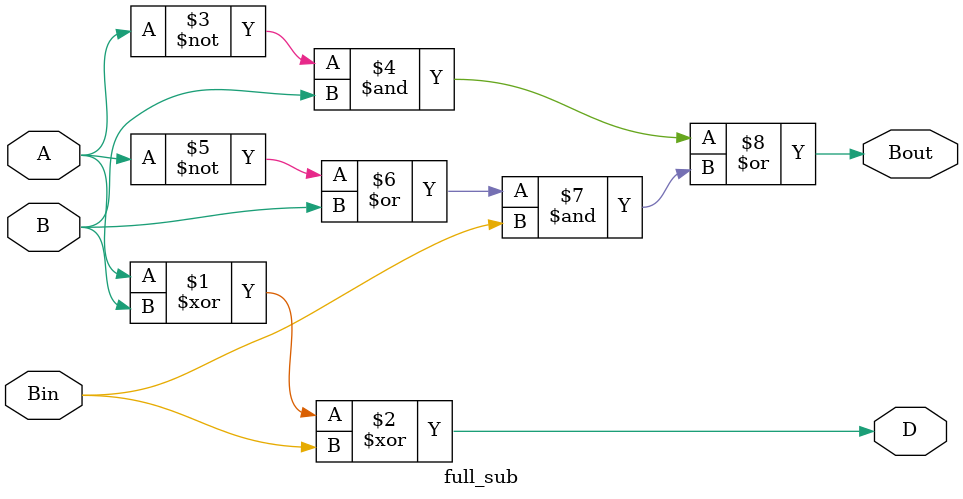
<source format=v>
module full_sub (
    input wire A,     // Minuend
    input wire B,     // Subtrahend
    input wire Bin,   // Borrow-in
    output wire D,    // Difference
    output wire Bout  // Borrow-out
);

    
    assign D = A ^ B ^ Bin;            
    assign Bout = (~A & B) | ((~A | B) & Bin);  

endmodule

</source>
